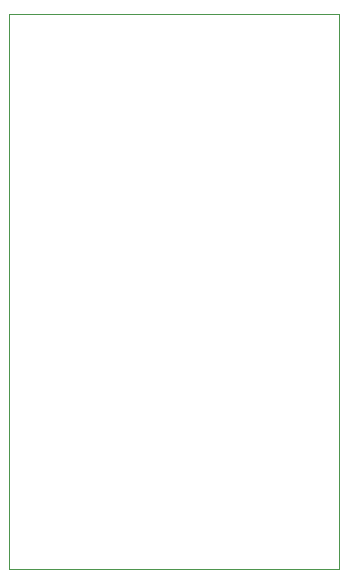
<source format=gbr>
G04 #@! TF.GenerationSoftware,KiCad,Pcbnew,5.1.6-c6e7f7d~86~ubuntu18.04.1*
G04 #@! TF.CreationDate,2020-07-18T15:42:51+02:00*
G04 #@! TF.ProjectId,sboxnet-dccgen,73626f78-6e65-4742-9d64-636367656e2e,rev?*
G04 #@! TF.SameCoordinates,Original*
G04 #@! TF.FileFunction,Profile,NP*
%FSLAX46Y46*%
G04 Gerber Fmt 4.6, Leading zero omitted, Abs format (unit mm)*
G04 Created by KiCad (PCBNEW 5.1.6-c6e7f7d~86~ubuntu18.04.1) date 2020-07-18 15:42:51*
%MOMM*%
%LPD*%
G01*
G04 APERTURE LIST*
G04 #@! TA.AperFunction,Profile*
%ADD10C,0.050000*%
G04 #@! TD*
G04 APERTURE END LIST*
D10*
X26670000Y-96520000D02*
X26670000Y-49530000D01*
X54660800Y-96520000D02*
X26670000Y-96520000D01*
X54660800Y-49530000D02*
X54660800Y-96520000D01*
X26670000Y-49530000D02*
X54660800Y-49530000D01*
M02*

</source>
